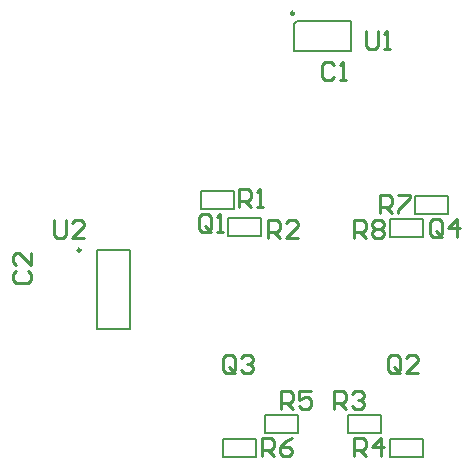
<source format=gto>
G04 Layer_Color=15132400*
%FSLAX24Y24*%
%MOIN*%
G70*
G01*
G75*
%ADD18C,0.0100*%
%ADD23C,0.0095*%
%ADD24C,0.0098*%
%ADD25C,0.0050*%
%ADD26C,0.0079*%
D18*
X24022Y31720D02*
X23922Y31820D01*
X23722D01*
X23622Y31720D01*
Y31320D01*
X23722Y31220D01*
X23922D01*
X24022Y31320D01*
X24222Y31220D02*
X24422D01*
X24322D01*
Y31820D01*
X24222Y31720D01*
X13398Y24849D02*
X13298Y24749D01*
Y24549D01*
X13398Y24449D01*
X13798D01*
X13898Y24549D01*
Y24749D01*
X13798Y24849D01*
X13898Y25449D02*
Y25049D01*
X13498Y25449D01*
X13398D01*
X13298Y25349D01*
Y25149D01*
X13398Y25049D01*
X19920Y26250D02*
Y26650D01*
X19820Y26750D01*
X19620D01*
X19520Y26650D01*
Y26250D01*
X19620Y26150D01*
X19820D01*
X19720Y26350D02*
X19920Y26150D01*
X19820D02*
X19920Y26250D01*
X20120Y26150D02*
X20320D01*
X20220D01*
Y26750D01*
X20120Y26650D01*
X26220Y21530D02*
Y21930D01*
X26120Y22030D01*
X25920D01*
X25820Y21930D01*
Y21530D01*
X25920Y21430D01*
X26120D01*
X26020Y21630D02*
X26220Y21430D01*
X26120D02*
X26220Y21530D01*
X26820Y21430D02*
X26420D01*
X26820Y21830D01*
Y21930D01*
X26720Y22030D01*
X26520D01*
X26420Y21930D01*
X20710Y21530D02*
Y21930D01*
X20610Y22030D01*
X20410D01*
X20310Y21930D01*
Y21530D01*
X20410Y21430D01*
X20610D01*
X20510Y21630D02*
X20710Y21430D01*
X20610D02*
X20710Y21530D01*
X20910Y21930D02*
X21010Y22030D01*
X21210D01*
X21310Y21930D01*
Y21830D01*
X21210Y21730D01*
X21110D01*
X21210D01*
X21310Y21630D01*
Y21530D01*
X21210Y21430D01*
X21010D01*
X20910Y21530D01*
X27605Y26084D02*
Y26484D01*
X27505Y26584D01*
X27305D01*
X27205Y26484D01*
Y26084D01*
X27305Y25984D01*
X27505D01*
X27405Y26184D02*
X27605Y25984D01*
X27505D02*
X27605Y26084D01*
X28104Y25984D02*
Y26584D01*
X27805Y26284D01*
X28204D01*
X20827Y26969D02*
Y27568D01*
X21127D01*
X21227Y27468D01*
Y27268D01*
X21127Y27168D01*
X20827D01*
X21027D02*
X21227Y26969D01*
X21427D02*
X21627D01*
X21527D01*
Y27568D01*
X21427Y27468D01*
X21811Y25945D02*
Y26545D01*
X22111D01*
X22211Y26445D01*
Y26245D01*
X22111Y26145D01*
X21811D01*
X22011D02*
X22211Y25945D01*
X22811D02*
X22411D01*
X22811Y26345D01*
Y26445D01*
X22711Y26545D01*
X22511D01*
X22411Y26445D01*
X24016Y20236D02*
Y20836D01*
X24316D01*
X24416Y20736D01*
Y20536D01*
X24316Y20436D01*
X24016D01*
X24216D02*
X24416Y20236D01*
X24616Y20736D02*
X24716Y20836D01*
X24915D01*
X25015Y20736D01*
Y20636D01*
X24915Y20536D01*
X24815D01*
X24915D01*
X25015Y20436D01*
Y20336D01*
X24915Y20236D01*
X24716D01*
X24616Y20336D01*
X24685Y18661D02*
Y19261D01*
X24985D01*
X25085Y19161D01*
Y18961D01*
X24985Y18861D01*
X24685D01*
X24885D02*
X25085Y18661D01*
X25585D02*
Y19261D01*
X25285Y18961D01*
X25685D01*
X22244Y20236D02*
Y20836D01*
X22544D01*
X22644Y20736D01*
Y20536D01*
X22544Y20436D01*
X22244D01*
X22444D02*
X22644Y20236D01*
X23244Y20836D02*
X22844D01*
Y20536D01*
X23044Y20636D01*
X23144D01*
X23244Y20536D01*
Y20336D01*
X23144Y20236D01*
X22944D01*
X22844Y20336D01*
X21614Y18661D02*
Y19261D01*
X21914D01*
X22014Y19161D01*
Y18961D01*
X21914Y18861D01*
X21614D01*
X21814D02*
X22014Y18661D01*
X22614Y19261D02*
X22414Y19161D01*
X22214Y18961D01*
Y18761D01*
X22314Y18661D01*
X22514D01*
X22614Y18761D01*
Y18861D01*
X22514Y18961D01*
X22214D01*
X25551Y26772D02*
Y27371D01*
X25851D01*
X25951Y27271D01*
Y27072D01*
X25851Y26972D01*
X25551D01*
X25751D02*
X25951Y26772D01*
X26151Y27371D02*
X26551D01*
Y27271D01*
X26151Y26872D01*
Y26772D01*
X24685Y25945D02*
Y26545D01*
X24985D01*
X25085Y26445D01*
Y26245D01*
X24985Y26145D01*
X24685D01*
X24885D02*
X25085Y25945D01*
X25285Y26445D02*
X25385Y26545D01*
X25585D01*
X25685Y26445D01*
Y26345D01*
X25585Y26245D01*
X25685Y26145D01*
Y26045D01*
X25585Y25945D01*
X25385D01*
X25285Y26045D01*
Y26145D01*
X25385Y26245D01*
X25285Y26345D01*
Y26445D01*
X25385Y26245D02*
X25585D01*
X25079Y32844D02*
Y32344D01*
X25179Y32244D01*
X25379D01*
X25479Y32344D01*
Y32844D01*
X25679Y32244D02*
X25878D01*
X25779D01*
Y32844D01*
X25679Y32744D01*
X14685Y26545D02*
Y26045D01*
X14785Y25945D01*
X14985D01*
X15085Y26045D01*
Y26545D01*
X15685Y25945D02*
X15285D01*
X15685Y26345D01*
Y26445D01*
X15585Y26545D01*
X15385D01*
X15285Y26445D01*
D23*
X22669Y33427D02*
G03*
X22669Y33427I-47J0D01*
G01*
D02*
G03*
X22669Y33427I-47J0D01*
G01*
D24*
X15561Y25531D02*
G03*
X15561Y25531I-49J0D01*
G01*
D25*
X22657Y32173D02*
X24587D01*
Y33181D01*
X22776D02*
X24587D01*
X22657Y33063D02*
X22776Y33181D01*
X22657Y32173D02*
Y33063D01*
X20474Y26599D02*
X21574D01*
Y25999D02*
Y26599D01*
X20474Y25999D02*
X21574D01*
X20474D02*
Y26599D01*
X20316Y19237D02*
X21416D01*
Y18637D02*
Y19237D01*
X20316Y18637D02*
X21416D01*
X20316D02*
Y19237D01*
X21694Y20024D02*
X22794D01*
Y19424D02*
Y20024D01*
X21694Y19424D02*
X22794D01*
X21694D02*
Y20024D01*
X25867Y19237D02*
X26967D01*
Y18637D02*
Y19237D01*
X25867Y18637D02*
X26967D01*
X25867D02*
Y19237D01*
X24489Y20024D02*
X25589D01*
Y19424D02*
Y20024D01*
X24489Y19424D02*
X25589D01*
X24489D02*
Y20024D01*
X19568Y27505D02*
X20668D01*
Y26905D02*
Y27505D01*
X19568Y26905D02*
X20668D01*
X19568D02*
Y27505D01*
X25867Y26560D02*
X26967D01*
Y25960D02*
Y26560D01*
X25867Y25960D02*
X26967D01*
X25867D02*
Y26560D01*
X26694Y27347D02*
X27794D01*
Y26747D02*
Y27347D01*
X26694Y26747D02*
X27794D01*
X26694D02*
Y27347D01*
D26*
X16102Y22894D02*
X17205D01*
X16102Y25531D02*
X17205D01*
Y22894D02*
Y25531D01*
X16102Y22894D02*
Y25531D01*
M02*

</source>
